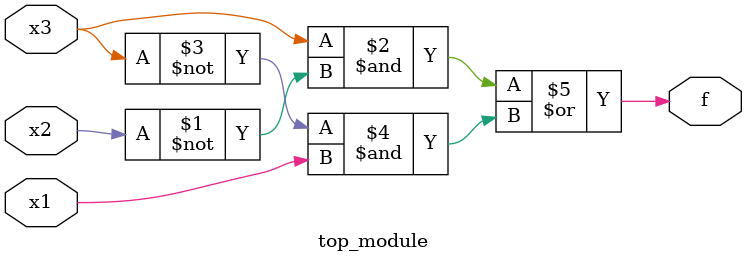
<source format=sv>
module top_module (
	input x3,
	input x2,
	input x1,
	output f
);

assign f = (x3 & ~x2) | (~x3 & x1);

endmodule

</source>
